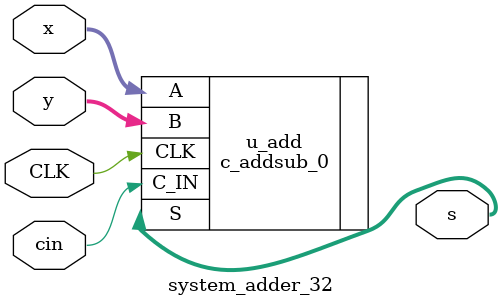
<source format=v>

module system_adder_32(input CLK,
                       input cin,
                       input[31:0] x,
                       input[31:0] y,
                       output[31:0] s);

    c_addsub_0 u_add(
        .A(x),
        .B(y),
        .C_IN(cin),
        .CLK(CLK),
        .S(s)
    );

endmodule


</source>
